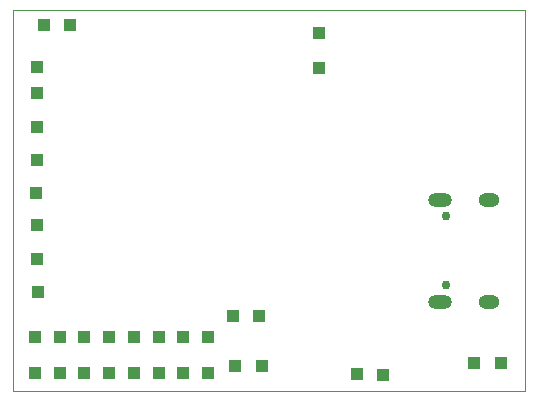
<source format=gbr>
%TF.GenerationSoftware,KiCad,Pcbnew,6.0.10-1.fc37*%
%TF.CreationDate,2023-01-07T19:36:43-08:00*%
%TF.ProjectId,data_logger_esp32c3,64617461-5f6c-46f6-9767-65725f657370,rev?*%
%TF.SameCoordinates,Original*%
%TF.FileFunction,Soldermask,Bot*%
%TF.FilePolarity,Negative*%
%FSLAX46Y46*%
G04 Gerber Fmt 4.6, Leading zero omitted, Abs format (unit mm)*
G04 Created by KiCad (PCBNEW 6.0.10-1.fc37) date 2023-01-07 19:36:43*
%MOMM*%
%LPD*%
G01*
G04 APERTURE LIST*
%TA.AperFunction,Profile*%
%ADD10C,0.100000*%
%TD*%
%ADD11R,1.000000X1.000000*%
%ADD12O,1.799996X1.199998*%
%ADD13O,1.999996X1.199998*%
%ADD14C,0.750011*%
G04 APERTURE END LIST*
D10*
X98856800Y-49606200D02*
X142138400Y-49606200D01*
X142138400Y-49606200D02*
X142138400Y-81864200D01*
X142138400Y-81864200D02*
X98856800Y-81864200D01*
X98856800Y-81864200D02*
X98856800Y-49606200D01*
D11*
%TO.C,SDA1*%
X119890000Y-79781400D03*
%TD*%
%TO.C,SCL1*%
X117652800Y-79730600D03*
%TD*%
%TO.C,I2SP1*%
X100838000Y-70688200D03*
%TD*%
%TO.C,I2SN1*%
X100914200Y-73533000D03*
%TD*%
%TO.C,A4P1*%
X100787200Y-65074800D03*
%TD*%
%TO.C,A4N1*%
X100812600Y-67792600D03*
%TD*%
%TO.C,A3P1*%
X100863400Y-54483000D03*
%TD*%
%TO.C,A3N1*%
X100812600Y-56642000D03*
%TD*%
%TO.C,A2P1*%
X103606600Y-50850800D03*
%TD*%
%TO.C,A2N1*%
X101473000Y-50850800D03*
%TD*%
%TO.C,A0P1*%
X100838000Y-59537600D03*
%TD*%
%TO.C,A0N1*%
X100812600Y-62306200D03*
%TD*%
%TO.C,NRESET1*%
X119659400Y-75488800D03*
%TD*%
%TO.C,NINT1*%
X117449600Y-75514200D03*
%TD*%
%TO.C,IO13*%
X111157656Y-77292200D03*
%TD*%
%TO.C,DC-1*%
X140157200Y-79502000D03*
%TD*%
%TO.C,DC+1*%
X137820400Y-79502000D03*
%TD*%
%TO.C,IO11*%
X106963028Y-77292200D03*
%TD*%
%TO.C,IO5*%
X111157656Y-80391000D03*
%TD*%
%TO.C,VIN1*%
X130175000Y-80518000D03*
%TD*%
%TO.C,IO15*%
X115352286Y-77292200D03*
%TD*%
%TO.C,TX0*%
X124739400Y-51587400D03*
%TD*%
%TO.C,IO0*%
X100671086Y-80391000D03*
%TD*%
%TO.C,IO1*%
X102768400Y-80391000D03*
%TD*%
%TO.C,3V3*%
X127914400Y-80467200D03*
%TD*%
%TO.C,IO6*%
X113254970Y-80391000D03*
%TD*%
%TO.C,IO3*%
X106963028Y-80391000D03*
%TD*%
%TO.C,RX0*%
X124739400Y-54533800D03*
%TD*%
%TO.C,IO10*%
X104865714Y-77292200D03*
%TD*%
D12*
%TO.C,USB-C1*%
X139161520Y-74327512D03*
X139161520Y-65677288D03*
D13*
X134961630Y-65677288D03*
X134961630Y-74327512D03*
D14*
X135461756Y-67102482D03*
X135461756Y-72902318D03*
%TD*%
D11*
%TO.C,IO9*%
X102768400Y-77292200D03*
%TD*%
%TO.C,IO8*%
X100671086Y-77292200D03*
%TD*%
%TO.C,IO2*%
X104865714Y-80391000D03*
%TD*%
%TO.C,IO4*%
X109060342Y-80391000D03*
%TD*%
%TO.C,IO14*%
X113254970Y-77292200D03*
%TD*%
%TO.C,IO7*%
X115352286Y-80391000D03*
%TD*%
%TO.C,IO12*%
X109060342Y-77292200D03*
%TD*%
M02*

</source>
